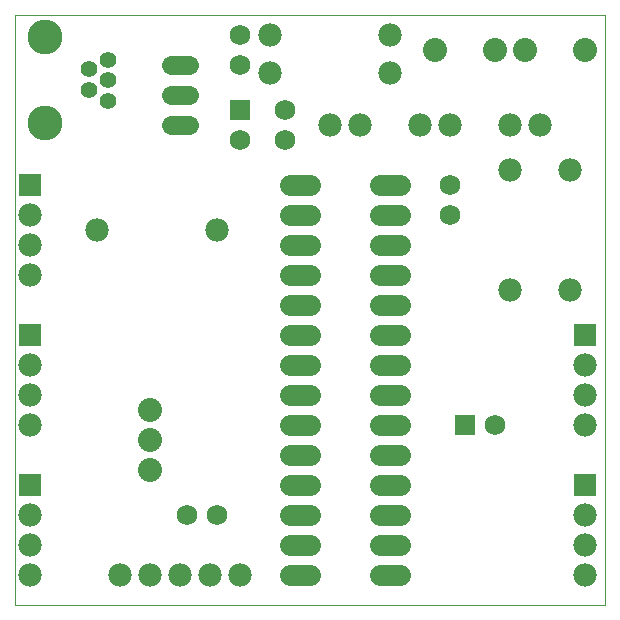
<source format=gbs>
G75*
%MOIN*%
%OFA0B0*%
%FSLAX25Y25*%
%IPPOS*%
%LPD*%
%AMOC8*
5,1,8,0,0,1.08239X$1,22.5*
%
%ADD10C,0.00000*%
%ADD11C,0.06900*%
%ADD12R,0.06900X0.06900*%
%ADD13C,0.07800*%
%ADD14R,0.07800X0.07800*%
%ADD15C,0.08000*%
%ADD16C,0.06896*%
%ADD17C,0.05550*%
%ADD18C,0.11620*%
%ADD19C,0.06400*%
D10*
X0006014Y0001800D02*
X0006014Y0198650D01*
X0202864Y0198650D01*
X0202864Y0001800D01*
X0006014Y0001800D01*
D11*
X0063514Y0031800D03*
X0073514Y0031800D03*
X0166014Y0061800D03*
X0151014Y0131800D03*
X0151014Y0141800D03*
X0096014Y0156800D03*
X0096014Y0166800D03*
X0081014Y0156800D03*
X0081014Y0181800D03*
X0081014Y0191800D03*
D12*
X0081014Y0166800D03*
X0156014Y0061800D03*
D13*
X0196014Y0061800D03*
X0196014Y0071800D03*
X0196014Y0081800D03*
X0191014Y0106800D03*
X0171014Y0106800D03*
X0171014Y0146800D03*
X0171014Y0161800D03*
X0181014Y0161800D03*
X0191014Y0146800D03*
X0151014Y0161800D03*
X0141014Y0161800D03*
X0131014Y0179300D03*
X0131014Y0191800D03*
X0121014Y0161800D03*
X0111014Y0161800D03*
X0091014Y0179300D03*
X0091014Y0191800D03*
X0073514Y0126800D03*
X0033514Y0126800D03*
X0011014Y0121800D03*
X0011014Y0111800D03*
X0011014Y0131800D03*
X0011014Y0081800D03*
X0011014Y0071800D03*
X0011014Y0061800D03*
X0011014Y0031800D03*
X0011014Y0021800D03*
X0011014Y0011800D03*
X0041014Y0011800D03*
X0051014Y0011800D03*
X0061014Y0011800D03*
X0071014Y0011800D03*
X0081014Y0011800D03*
X0196014Y0011800D03*
X0196014Y0021800D03*
X0196014Y0031800D03*
D14*
X0196014Y0041800D03*
X0196014Y0091800D03*
X0011014Y0091800D03*
X0011014Y0041800D03*
X0011014Y0141800D03*
D15*
X0051014Y0066800D03*
X0051014Y0056800D03*
X0051014Y0046800D03*
X0146014Y0186800D03*
X0166014Y0186800D03*
X0176014Y0186800D03*
X0196014Y0186800D03*
D16*
X0134262Y0141800D02*
X0127766Y0141800D01*
X0127766Y0131800D02*
X0134262Y0131800D01*
X0134262Y0121800D02*
X0127766Y0121800D01*
X0127766Y0111800D02*
X0134262Y0111800D01*
X0134262Y0101800D02*
X0127766Y0101800D01*
X0127766Y0091800D02*
X0134262Y0091800D01*
X0134262Y0081800D02*
X0127766Y0081800D01*
X0127766Y0071800D02*
X0134262Y0071800D01*
X0134262Y0061800D02*
X0127766Y0061800D01*
X0127766Y0051800D02*
X0134262Y0051800D01*
X0134262Y0041800D02*
X0127766Y0041800D01*
X0127766Y0031800D02*
X0134262Y0031800D01*
X0134262Y0021800D02*
X0127766Y0021800D01*
X0127766Y0011800D02*
X0134262Y0011800D01*
X0104262Y0011800D02*
X0097766Y0011800D01*
X0097766Y0021800D02*
X0104262Y0021800D01*
X0104262Y0031800D02*
X0097766Y0031800D01*
X0097766Y0041800D02*
X0104262Y0041800D01*
X0104262Y0051800D02*
X0097766Y0051800D01*
X0097766Y0061800D02*
X0104262Y0061800D01*
X0104262Y0071800D02*
X0097766Y0071800D01*
X0097766Y0081800D02*
X0104262Y0081800D01*
X0104262Y0091800D02*
X0097766Y0091800D01*
X0097766Y0101800D02*
X0104262Y0101800D01*
X0104262Y0111800D02*
X0097766Y0111800D01*
X0097766Y0121800D02*
X0104262Y0121800D01*
X0104262Y0131800D02*
X0097766Y0131800D01*
X0097766Y0141800D02*
X0104262Y0141800D01*
D17*
X0037014Y0169800D03*
X0037014Y0176800D03*
X0030814Y0173500D03*
X0030814Y0180400D03*
X0037014Y0183500D03*
D18*
X0016014Y0191170D03*
X0016014Y0162430D03*
D19*
X0058014Y0161800D02*
X0064014Y0161800D01*
X0064014Y0171800D02*
X0058014Y0171800D01*
X0058014Y0181800D02*
X0064014Y0181800D01*
M02*

</source>
